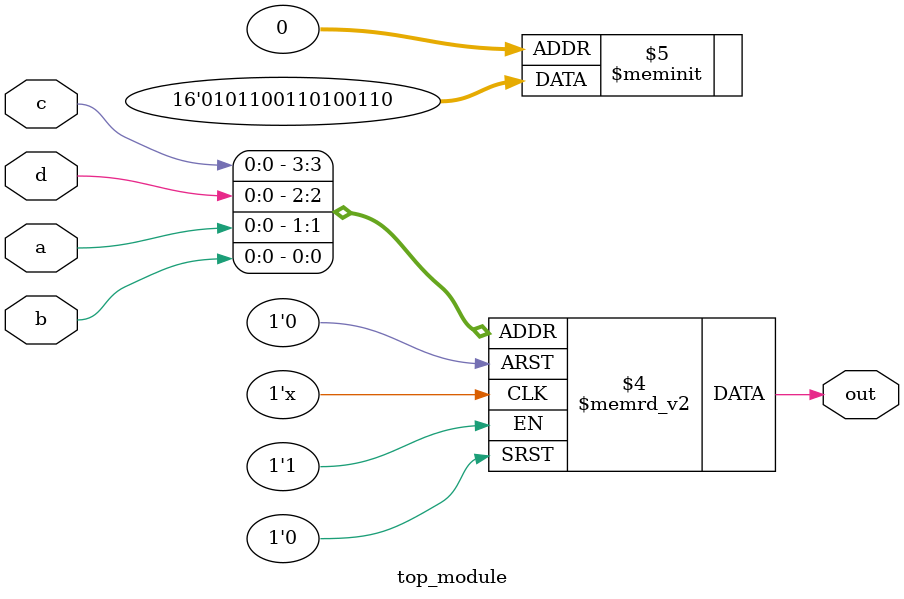
<source format=sv>
module top_module (
    input a, 
    input b,
    input c,
    input d,
    output reg out
);

always @(*) begin
    case ({c, d, a, b})
        4'b0000: out = 1'b0;
        4'b0001: out = 1'b1;
        4'b0011: out = 1'b0;
        4'b0010: out = 1'b1;
        4'b0101: out = 1'b1;
        4'b0100: out = 1'b0;
        4'b0111: out = 1'b1;
        4'b0110: out = 1'b0;
        4'b1000: out = 1'b1;
        4'b1001: out = 1'b0;
        4'b1011: out = 1'b1;
        4'b1010: out = 1'b0;
        4'b1101: out = 1'b0;
        4'b1100: out = 1'b1;
        4'b1111: out = 1'b0;
        4'b1110: out = 1'b1;
    endcase
end

endmodule

</source>
